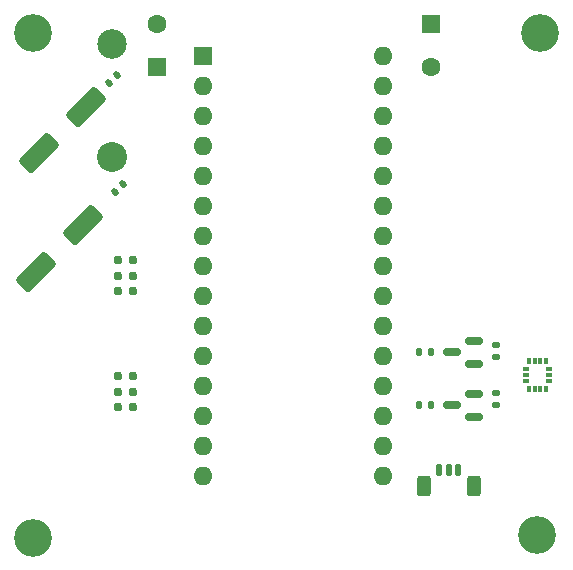
<source format=gbr>
%TF.GenerationSoftware,KiCad,Pcbnew,7.0.2*%
%TF.CreationDate,2023-08-25T16:22:19-05:00*%
%TF.ProjectId,ziggy,7a696767-792e-46b6-9963-61645f706362,rev?*%
%TF.SameCoordinates,Original*%
%TF.FileFunction,Soldermask,Top*%
%TF.FilePolarity,Negative*%
%FSLAX46Y46*%
G04 Gerber Fmt 4.6, Leading zero omitted, Abs format (unit mm)*
G04 Created by KiCad (PCBNEW 7.0.2) date 2023-08-25 16:22:19*
%MOMM*%
%LPD*%
G01*
G04 APERTURE LIST*
G04 Aperture macros list*
%AMRoundRect*
0 Rectangle with rounded corners*
0 $1 Rounding radius*
0 $2 $3 $4 $5 $6 $7 $8 $9 X,Y pos of 4 corners*
0 Add a 4 corners polygon primitive as box body*
4,1,4,$2,$3,$4,$5,$6,$7,$8,$9,$2,$3,0*
0 Add four circle primitives for the rounded corners*
1,1,$1+$1,$2,$3*
1,1,$1+$1,$4,$5*
1,1,$1+$1,$6,$7*
1,1,$1+$1,$8,$9*
0 Add four rect primitives between the rounded corners*
20,1,$1+$1,$2,$3,$4,$5,0*
20,1,$1+$1,$4,$5,$6,$7,0*
20,1,$1+$1,$6,$7,$8,$9,0*
20,1,$1+$1,$8,$9,$2,$3,0*%
G04 Aperture macros list end*
%ADD10C,3.200000*%
%ADD11RoundRect,0.250000X0.550000X-0.550000X0.550000X0.550000X-0.550000X0.550000X-0.550000X-0.550000X0*%
%ADD12C,1.600000*%
%ADD13RoundRect,0.250000X0.671751X1.449569X-1.449569X-0.671751X-0.671751X-1.449569X1.449569X0.671751X0*%
%ADD14RoundRect,0.140000X-0.021213X0.219203X-0.219203X0.021213X0.021213X-0.219203X0.219203X-0.021213X0*%
%ADD15RoundRect,0.150000X0.587500X0.150000X-0.587500X0.150000X-0.587500X-0.150000X0.587500X-0.150000X0*%
%ADD16RoundRect,0.135000X0.185000X-0.135000X0.185000X0.135000X-0.185000X0.135000X-0.185000X-0.135000X0*%
%ADD17RoundRect,0.250000X-0.550000X0.550000X-0.550000X-0.550000X0.550000X-0.550000X0.550000X0.550000X0*%
%ADD18RoundRect,0.125000X0.125000X0.425000X-0.125000X0.425000X-0.125000X-0.425000X0.125000X-0.425000X0*%
%ADD19RoundRect,0.250000X0.350000X0.600000X-0.350000X0.600000X-0.350000X-0.600000X0.350000X-0.600000X0*%
%ADD20R,1.600000X1.600000*%
%ADD21O,1.600000X1.600000*%
%ADD22R,0.351536X0.576580*%
%ADD23R,0.576580X0.351536*%
%ADD24RoundRect,0.135000X-0.135000X-0.185000X0.135000X-0.185000X0.135000X0.185000X-0.135000X0.185000X0*%
%ADD25C,2.500000*%
%ADD26C,2.540000*%
%ADD27C,0.770000*%
G04 APERTURE END LIST*
D10*
%TO.C,H4*%
X148750000Y-98000000D03*
%TD*%
D11*
%TO.C,M2*%
X159250000Y-100870000D03*
D12*
X159250000Y-97270000D03*
%TD*%
D13*
%TO.C,C4*%
X153250000Y-104270000D03*
X149290202Y-108229798D03*
%TD*%
D14*
%TO.C,C1*%
X155928822Y-101571178D03*
X155250000Y-102250000D03*
%TD*%
D15*
%TO.C,Q2*%
X186125000Y-126020000D03*
X186125000Y-124120000D03*
X184250000Y-125070000D03*
%TD*%
D13*
%TO.C,C2*%
X153000545Y-114310202D03*
X149040747Y-118270000D03*
%TD*%
D15*
%TO.C,Q1*%
X186125000Y-130520000D03*
X186125000Y-128620000D03*
X184250000Y-129570000D03*
%TD*%
D16*
%TO.C,R4*%
X188000000Y-129510000D03*
X188000000Y-128490000D03*
%TD*%
D10*
%TO.C,H4*%
X191750000Y-98020000D03*
%TD*%
D16*
%TO.C,R6*%
X188000000Y-125500001D03*
X188000000Y-124480001D03*
%TD*%
D10*
%TO.C,H4*%
X148750000Y-140750000D03*
%TD*%
D17*
%TO.C,M1*%
X182500000Y-97270000D03*
D12*
X182500000Y-100870000D03*
%TD*%
D18*
%TO.C,J1*%
X184800000Y-135020000D03*
X184000000Y-135020000D03*
X183200000Y-135020000D03*
D19*
X181900000Y-136420000D03*
X186100000Y-136420000D03*
%TD*%
D20*
%TO.C,A1*%
X163140000Y-99970000D03*
D21*
X163140000Y-102510000D03*
X163140000Y-105050000D03*
X163140000Y-107590000D03*
X163140000Y-110130000D03*
X163140000Y-112670000D03*
X163140000Y-115210000D03*
X163140000Y-117750000D03*
X163140000Y-120290000D03*
X163140000Y-122830000D03*
X163140000Y-125370000D03*
X163140000Y-127910000D03*
X163140000Y-130450000D03*
X163140000Y-132990000D03*
X163140000Y-135530000D03*
X178380000Y-135530000D03*
X178380000Y-132990000D03*
X178380000Y-130450000D03*
X178380000Y-127910000D03*
X178380000Y-125370000D03*
X178380000Y-122830000D03*
X178380000Y-120290000D03*
X178380000Y-117750000D03*
X178380000Y-115210000D03*
X178380000Y-112670000D03*
X178380000Y-110130000D03*
X178380000Y-107590000D03*
X178380000Y-105050000D03*
X178380000Y-102510000D03*
X178380000Y-99970000D03*
%TD*%
D22*
%TO.C,U3*%
X190749999Y-128210300D03*
X191250000Y-128210300D03*
X191750000Y-128210300D03*
X192250001Y-128210300D03*
D23*
X192456300Y-127499999D03*
X192456300Y-127000000D03*
X192456300Y-126500001D03*
D22*
X192250001Y-125789700D03*
X191750000Y-125789700D03*
X191250000Y-125789700D03*
X190749999Y-125789700D03*
D23*
X190543700Y-126500001D03*
X190543700Y-127000000D03*
X190543700Y-127499999D03*
%TD*%
D24*
%TO.C,R3*%
X181480000Y-129500000D03*
X182500000Y-129500000D03*
%TD*%
D10*
%TO.C,H4*%
X191500000Y-140500000D03*
%TD*%
D24*
%TO.C,R5*%
X181480001Y-125070000D03*
X182500001Y-125070000D03*
%TD*%
D14*
%TO.C,C3*%
X156428822Y-110821178D03*
X155750000Y-111500000D03*
%TD*%
D25*
%TO.C,BT1*%
X155500000Y-99000000D03*
D26*
X155500000Y-108530000D03*
%TD*%
D27*
%TO.C,U2*%
X157275000Y-118594999D03*
X155975000Y-117294999D03*
X155975000Y-119894999D03*
X155975000Y-118594999D03*
X157275000Y-117294999D03*
X157275000Y-119894999D03*
%TD*%
%TO.C,U1*%
X157275000Y-128405000D03*
X155975000Y-127105000D03*
X155975000Y-129705000D03*
X155975000Y-128405000D03*
X157275000Y-127105000D03*
X157275000Y-129705000D03*
%TD*%
M02*

</source>
